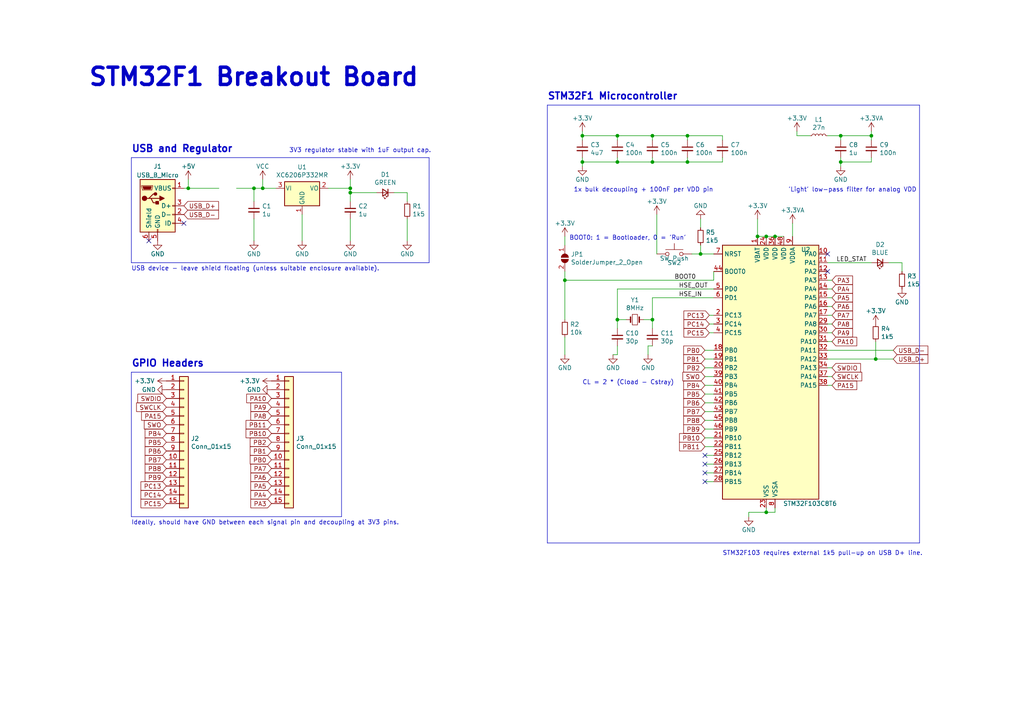
<source format=kicad_sch>
(kicad_sch (version 20230121) (generator eeschema)
  (paper "A4")
  (title_block (title "STM32F1 Breakout Board") (date "2020-11-21") (rev "V1.0") (company "Phil's Lab") (comment 1 "www.youtube.com/c/phils94"))
  (lib_symbols
    (symbol "Connector:USB_B_Micro" (pin_names (offset 1.016))
      (property "Reference" "J" (at -5.08 11.43 0))
      (property "Value" "USB_B_Micro" (at -5.08 8.89 0))
      (symbol "USB_B_Micro_0_1"
        (rectangle (start -5.08 -7.62) (end 5.08 7.62) (stroke (width 0.254)) (fill (type background)))
        (circle (center -3.81 2.159) (radius 0.635) (stroke (width 0.254)) (fill (type outline)))
        (circle (center -0.635 3.429) (radius 0.381) (stroke (width 0.254)) (fill (type outline)))
        (rectangle (start -0.127 -7.62) (end 0.127 -6.858))
        (polyline (pts (xy -1.905 2.159) (xy 0.635 2.159)) (stroke (width 0.254)))
        (polyline (pts (xy -3.175 2.159) (xy -2.54 2.159) (xy -1.27 3.429) (xy -0.635 3.429)) (stroke (width 0.254)))
        (polyline (pts (xy -2.54 2.159) (xy -1.905 2.159) (xy -1.27 0.889) (xy 0 0.889)) (stroke (width 0.254)))
        (polyline (pts (xy 0.635 2.794) (xy 0.635 1.524) (xy 1.905 2.159) (xy 0.635 2.794)) (stroke (width 0.254)) (fill (type outline)))
        (polyline (pts (xy -4.318 5.588) (xy -1.778 5.588) (xy -2.032 4.826) (xy -4.064 4.826) (xy -4.318 5.588)) (fill (type outline)))
        (polyline (pts (xy -4.699 5.842) (xy -4.699 5.588) (xy -4.445 4.826) (xy -4.445 4.572) (xy -1.651 4.572) (xy -1.651 4.826) (xy -1.397 5.588) (xy -1.397 5.842) (xy -4.699 5.842)))
        (rectangle (start 0.254 1.27) (end -0.508 0.508) (stroke (width 0.254)) (fill (type outline)))
        (rectangle (start 5.08 -5.207) (end 4.318 -4.953))
        (rectangle (start 5.08 -2.667) (end 4.318 -2.413))
        (rectangle (start 5.08 -0.127) (end 4.318 0.127))
        (rectangle (start 5.08 4.953) (end 4.318 5.207))
      )
      (symbol "USB_B_Micro_1_1"
        (pin power_out line (at 7.62 5.08 180) (length 2.54) (name "VBUS") (number "1"))
        (pin bidirectional line (at 7.62 -2.54 180) (length 2.54) (name "D-") (number "2"))
        (pin bidirectional line (at 7.62 0 180) (length 2.54) (name "D+") (number "3"))
        (pin passive line (at 7.62 -5.08 180) (length 2.54) (name "ID") (number "4"))
        (pin power_out line (at 0 -10.16 90) (length 2.54) (name "GND") (number "5"))
        (pin passive line (at -2.54 -10.16 90) (length 2.54) (name "Shield") (number "6"))
      )
    )
    (symbol "Connector_Generic:Conn_01x15" (pin_names (offset 1.016) hide)
      (property "Reference" "J" (at 0 20.32 0))
      (property "Value" "Conn_01x15" (at 0 -20.32 0))
      (symbol "Conn_01x15_1_1"
        (rectangle (start -1.27 -17.653) (end 0 -17.907) (stroke (width 0.1524)))
        (rectangle (start -1.27 -15.113) (end 0 -15.367) (stroke (width 0.1524)))
        (rectangle (start -1.27 -12.573) (end 0 -12.827) (stroke (width 0.1524)))
        (rectangle (start -1.27 -10.033) (end 0 -10.287) (stroke (width 0.1524)))
        (rectangle (start -1.27 -7.493) (end 0 -7.747) (stroke (width 0.1524)))
        (rectangle (start -1.27 -4.953) (end 0 -5.207) (stroke (width 0.1524)))
        (rectangle (start -1.27 -2.413) (end 0 -2.667) (stroke (width 0.1524)))
        (rectangle (start -1.27 0.127) (end 0 -0.127) (stroke (width 0.1524)))
        (rectangle (start -1.27 2.667) (end 0 2.413) (stroke (width 0.1524)))
        (rectangle (start -1.27 5.207) (end 0 4.953) (stroke (width 0.1524)))
        (rectangle (start -1.27 7.747) (end 0 7.493) (stroke (width 0.1524)))
        (rectangle (start -1.27 10.287) (end 0 10.033) (stroke (width 0.1524)))
        (rectangle (start -1.27 12.827) (end 0 12.573) (stroke (width 0.1524)))
        (rectangle (start -1.27 15.367) (end 0 15.113) (stroke (width 0.1524)))
        (rectangle (start -1.27 17.907) (end 0 17.653) (stroke (width 0.1524)))
        (rectangle (start -1.27 19.05) (end 1.27 -19.05) (stroke (width 0.254)) (fill (type background)))
        (pin passive line (at -5.08 17.78 0) (length 3.81) (name "Pin_1") (number "1"))
        (pin passive line (at -5.08 -5.08 0) (length 3.81) (name "Pin_10") (number "10"))
        (pin passive line (at -5.08 -7.62 0) (length 3.81) (name "Pin_11") (number "11"))
        (pin passive line (at -5.08 -10.16 0) (length 3.81) (name "Pin_12") (number "12"))
        (pin passive line (at -5.08 -12.7 0) (length 3.81) (name "Pin_13") (number "13"))
        (pin passive line (at -5.08 -15.24 0) (length 3.81) (name "Pin_14") (number "14"))
        (pin passive line (at -5.08 -17.78 0) (length 3.81) (name "Pin_15") (number "15"))
        (pin passive line (at -5.08 15.24 0) (length 3.81) (name "Pin_2") (number "2"))
        (pin passive line (at -5.08 12.7 0) (length 3.81) (name "Pin_3") (number "3"))
        (pin passive line (at -5.08 10.16 0) (length 3.81) (name "Pin_4") (number "4"))
        (pin passive line (at -5.08 7.62 0) (length 3.81) (name "Pin_5") (number "5"))
        (pin passive line (at -5.08 5.08 0) (length 3.81) (name "Pin_6") (number "6"))
        (pin passive line (at -5.08 2.54 0) (length 3.81) (name "Pin_7") (number "7"))
        (pin passive line (at -5.08 0 0) (length 3.81) (name "Pin_8") (number "8"))
        (pin passive line (at -5.08 -2.54 0) (length 3.81) (name "Pin_9") (number "9"))
      )
    )
    (symbol "Device:C_Small" (pin_numbers hide) (pin_names (offset 0.254) hide)
      (property "Reference" "C" (at 0.254 1.778 0))
      (property "Value" "C_Small" (at 0.254 -2.032 0))
      (symbol "C_Small_0_1"
        (polyline (pts (xy -1.524 -0.508) (xy 1.524 -0.508)) (stroke (width 0.3302)))
        (polyline (pts (xy -1.524 0.508) (xy 1.524 0.508)) (stroke (width 0.3048)))
      )
      (symbol "C_Small_1_1"
        (pin passive line (at 0 2.54 270) (length 2.032) (name "~") (number "1"))
        (pin passive line (at 0 -2.54 90) (length 2.032) (name "~") (number "2"))
      )
    )
    (symbol "Device:Crystal_Small" (pin_numbers hide) (pin_names (offset 1.016) hide)
      (property "Reference" "Y" (at 0 2.54 0))
      (property "Value" "Crystal_Small" (at 0 -2.54 0))
      (symbol "Crystal_Small_0_1"
        (rectangle (start -0.762 -1.524) (end 0.762 1.524))
        (polyline (pts (xy -1.27 -0.762) (xy -1.27 0.762)) (stroke (width 0.381)))
        (polyline (pts (xy 1.27 -0.762) (xy 1.27 0.762)) (stroke (width 0.381)))
      )
      (symbol "Crystal_Small_1_1"
        (pin passive line (at -2.54 0 0) (length 1.27) (name "1") (number "1"))
        (pin passive line (at 2.54 0 180) (length 1.27) (name "2") (number "2"))
      )
    )
    (symbol "Device:LED_Small" (pin_numbers hide) (pin_names (offset 0.254) hide)
      (property "Reference" "D" (at -1.27 3.175 0))
      (property "Value" "LED_Small" (at -4.445 -2.54 0))
      (symbol "LED_Small_0_1"
        (polyline (pts (xy -0.762 -1.016) (xy -0.762 1.016)) (stroke (width 0.254)))
        (polyline (pts (xy 1.016 0) (xy -0.762 0)))
        (polyline (pts (xy 0.762 -1.016) (xy -0.762 0) (xy 0.762 1.016) (xy 0.762 -1.016)) (stroke (width 0.254)))
        (polyline (pts (xy 0 0.762) (xy -0.508 1.27) (xy -0.254 1.27) (xy -0.508 1.27) (xy -0.508 1.016)))
        (polyline (pts (xy 0.508 1.27) (xy 0 1.778) (xy 0.254 1.778) (xy 0 1.778) (xy 0 1.524)))
      )
      (symbol "LED_Small_1_1"
        (pin passive line (at -2.54 0 0) (length 1.778) (name "K") (number "1"))
        (pin passive line (at 2.54 0 180) (length 1.778) (name "A") (number "2"))
      )
    )
    (symbol "Device:L_Small" (pin_numbers hide) (pin_names (offset 0.254) hide)
      (property "Reference" "L" (at 0.762 1.016 0))
      (property "Value" "L_Small" (at 0.762 -1.016 0))
      (symbol "L_Small_0_1"
        (arc (start 0 -2.032) (mid 0.5058 -1.524) (end 0 -1.016))
        (arc (start 0 -1.016) (mid 0.5058 -0.508) (end 0 0))
        (arc (start 0 0) (mid 0.5058 0.508) (end 0 1.016))
        (arc (start 0 1.016) (mid 0.5058 1.524) (end 0 2.032))
      )
      (symbol "L_Small_1_1"
        (pin passive line (at 0 2.54 270) (length 0.508) (name "~") (number "1"))
        (pin passive line (at 0 -2.54 90) (length 0.508) (name "~") (number "2"))
      )
    )
    (symbol "Device:R_Small" (pin_numbers hide) (pin_names (offset 0.254) hide)
      (property "Reference" "R" (at 0.762 0.508 0))
      (property "Value" "R_Small" (at 0.762 -1.016 0))
      (symbol "R_Small_0_1"
        (rectangle (start -0.762 1.778) (end 0.762 -1.778) (stroke (width 0.2032)))
      )
      (symbol "R_Small_1_1"
        (pin passive line (at 0 2.54 270) (length 0.762) (name "~") (number "1"))
        (pin passive line (at 0 -2.54 90) (length 0.762) (name "~") (number "2"))
      )
    )
    (symbol "Jumper:SolderJumper_2_Open" (pin_names (offset 0) hide)
      (property "Reference" "JP" (at 0 2.032 0))
      (property "Value" "SolderJumper_2_Open" (at 0 -2.54 0))
      (symbol "SolderJumper_2_Open_0_1"
        (arc (start -0.254 1.016) (mid -1.2656 0) (end -0.254 -1.016))
        (arc (start -0.254 1.016) (mid -1.2656 0) (end -0.254 -1.016) (fill (type outline)))
        (polyline (pts (xy -0.254 1.016) (xy -0.254 -1.016)))
        (polyline (pts (xy 0.254 1.016) (xy 0.254 -1.016)))
        (arc (start 0.254 -1.016) (mid 1.2656 0) (end 0.254 1.016))
        (arc (start 0.254 -1.016) (mid 1.2656 0) (end 0.254 1.016) (fill (type outline)))
      )
      (symbol "SolderJumper_2_Open_1_1"
        (pin passive line (at -3.81 0 0) (length 2.54) (name "A") (number "1"))
        (pin passive line (at 3.81 0 180) (length 2.54) (name "B") (number "2"))
      )
    )
    (symbol "MCU_ST_STM32F1:STM32F103C8Tx"
      (property "Reference" "U" (at -12.7 39.37 0))
      (property "Value" "STM32F103C8Tx" (at 10.16 39.37 0))
      (symbol "STM32F103C8Tx_0_1"
        (rectangle (start -12.7 -35.56) (end 15.24 38.1) (stroke (width 0.254)) (fill (type background)))
      )
      (symbol "STM32F103C8Tx_1_1"
        (pin power_in line (at -2.54 40.64 270) (length 2.54) (name "VBAT") (number "1"))
        (pin bidirectional line (at 17.78 35.56 180) (length 2.54) (name "PA0") (number "10"))
        (pin bidirectional line (at 17.78 33.02 180) (length 2.54) (name "PA1") (number "11"))
        (pin bidirectional line (at 17.78 30.48 180) (length 2.54) (name "PA2") (number "12"))
        (pin bidirectional line (at 17.78 27.94 180) (length 2.54) (name "PA3") (number "13"))
        (pin bidirectional line (at 17.78 25.4 180) (length 2.54) (name "PA4") (number "14"))
        (pin bidirectional line (at 17.78 22.86 180) (length 2.54) (name "PA5") (number "15"))
        (pin bidirectional line (at 17.78 20.32 180) (length 2.54) (name "PA6") (number "16"))
        (pin bidirectional line (at 17.78 17.78 180) (length 2.54) (name "PA7") (number "17"))
        (pin bidirectional line (at -15.24 7.62 0) (length 2.54) (name "PB0") (number "18"))
        (pin bidirectional line (at -15.24 5.08 0) (length 2.54) (name "PB1") (number "19"))
        (pin bidirectional line (at -15.24 17.78 0) (length 2.54) (name "PC13") (number "2"))
        (pin bidirectional line (at -15.24 2.54 0) (length 2.54) (name "PB2") (number "20"))
        (pin bidirectional line (at -15.24 -17.78 0) (length 2.54) (name "PB10") (number "21"))
        (pin bidirectional line (at -15.24 -20.32 0) (length 2.54) (name "PB11") (number "22"))
        (pin power_in line (at 0 -38.1 90) (length 2.54) (name "VSS") (number "23"))
        (pin power_in line (at 0 40.64 270) (length 2.54) (name "VDD") (number "24"))
        (pin bidirectional line (at -15.24 -22.86 0) (length 2.54) (name "PB12") (number "25"))
        (pin bidirectional line (at -15.24 -25.4 0) (length 2.54) (name "PB13") (number "26"))
        (pin bidirectional line (at -15.24 -27.94 0) (length 2.54) (name "PB14") (number "27"))
        (pin bidirectional line (at -15.24 -30.48 0) (length 2.54) (name "PB15") (number "28"))
        (pin bidirectional line (at 17.78 15.24 180) (length 2.54) (name "PA8") (number "29"))
        (pin bidirectional line (at -15.24 15.24 0) (length 2.54) (name "PC14") (number "3"))
        (pin bidirectional line (at 17.78 12.7 180) (length 2.54) (name "PA9") (number "30"))
        (pin bidirectional line (at 17.78 10.16 180) (length 2.54) (name "PA10") (number "31"))
        (pin bidirectional line (at 17.78 7.62 180) (length 2.54) (name "PA11") (number "32"))
        (pin bidirectional line (at 17.78 5.08 180) (length 2.54) (name "PA12") (number "33"))
        (pin bidirectional line (at 17.78 2.54 180) (length 2.54) (name "PA13") (number "34"))
        (pin passive line (at 0 -38.1 90) (length 2.54) hide (name "VSS") (number "35"))
        (pin power_in line (at 2.54 40.64 270) (length 2.54) (name "VDD") (number "36"))
        (pin bidirectional line (at 17.78 0 180) (length 2.54) (name "PA14") (number "37"))
        (pin bidirectional line (at 17.78 -2.54 180) (length 2.54) (name "PA15") (number "38"))
        (pin bidirectional line (at -15.24 0 0) (length 2.54) (name "PB3") (number "39"))
        (pin bidirectional line (at -15.24 12.7 0) (length 2.54) (name "PC15") (number "4"))
        (pin bidirectional line (at -15.24 -2.54 0) (length 2.54) (name "PB4") (number "40"))
        (pin bidirectional line (at -15.24 -5.08 0) (length 2.54) (name "PB5") (number "41"))
        (pin bidirectional line (at -15.24 -7.62 0) (length 2.54) (name "PB6") (number "42"))
        (pin bidirectional line (at -15.24 -10.16 0) (length 2.54) (name "PB7") (number "43"))
        (pin input line (at -15.24 30.48 0) (length 2.54) (name "BOOT0") (number "44"))
        (pin bidirectional line (at -15.24 -12.7 0) (length 2.54) (name "PB8") (number "45"))
        (pin bidirectional line (at -15.24 -15.24 0) (length 2.54) (name "PB9") (number "46"))
        (pin passive line (at 0 -38.1 90) (length 2.54) hide (name "VSS") (number "47"))
        (pin power_in line (at 5.08 40.64 270) (length 2.54) (name "VDD") (number "48"))
        (pin bidirectional line (at -15.24 25.4 0) (length 2.54) (name "PD0") (number "5"))
        (pin bidirectional line (at -15.24 22.86 0) (length 2.54) (name "PD1") (number "6"))
        (pin input line (at -15.24 35.56 0) (length 2.54) (name "NRST") (number "7"))
        (pin power_in line (at 2.54 -38.1 90) (length 2.54) (name "VSSA") (number "8"))
        (pin power_in line (at 7.62 40.64 270) (length 2.54) (name "VDDA") (number "9"))
      )
    )
    (symbol "Regulator_Linear:XC6206PxxxMR" (pin_names (offset 0.254))
      (property "Reference" "U" (at -3.81 3.175 0))
      (property "Value" "XC6206PxxxMR" (at 0 3.175 0))
      (symbol "XC6206PxxxMR_0_1"
        (rectangle (start -5.08 1.905) (end 5.08 -5.08) (stroke (width 0.254)) (fill (type background)))
      )
      (symbol "XC6206PxxxMR_1_1"
        (pin power_in line (at 0 -7.62 90) (length 2.54) (name "GND") (number "1"))
        (pin power_out line (at 7.62 0 180) (length 2.54) (name "VO") (number "2"))
        (pin power_in line (at -7.62 0 0) (length 2.54) (name "VI") (number "3"))
      )
    )
    (symbol "Switch:SW_Push" (pin_numbers hide) (pin_names (offset 1.016) hide)
      (property "Reference" "SW" (at 1.27 2.54 0))
      (property "Value" "SW_Push" (at 0 -1.524 0))
      (symbol "SW_Push_0_1"
        (circle (center -2.032 0) (radius 0.508))
        (polyline (pts (xy 0 1.27) (xy 0 3.048)))
        (polyline (pts (xy 2.54 1.27) (xy -2.54 1.27)))
        (circle (center 2.032 0) (radius 0.508))
        (pin passive line (at -5.08 0 0) (length 2.54) (name "1") (number "1"))
        (pin passive line (at 5.08 0 180) (length 2.54) (name "2") (number "2"))
      )
    )
    (symbol "power:+3.3V" (power) (pin_names (offset 0))
      (property "Value" "+3.3V" (at 0 3.556 0))
      (symbol "+3.3V_0_1"
        (polyline (pts (xy -0.762 1.27) (xy 0 2.54)))
        (polyline (pts (xy 0 0) (xy 0 2.54)))
        (polyline (pts (xy 0 2.54) (xy 0.762 1.27)))
      )
      (symbol "+3.3V_1_1"
        (pin power_in line (at 0 0 90) (length 0) hide (name "+3.3V") (number "1"))
      )
    )
    (symbol "power:+3.3VA" (power) (pin_names (offset 0))
      (property "Value" "+3.3VA" (at 0 3.556 0))
      (symbol "+3.3VA_0_1"
        (polyline (pts (xy -0.762 1.27) (xy 0 2.54)))
        (polyline (pts (xy 0 0) (xy 0 2.54)))
        (polyline (pts (xy 0 2.54) (xy 0.762 1.27)))
      )
      (symbol "+3.3VA_1_1"
        (pin power_in line (at 0 0 90) (length 0) hide (name "+3.3VA") (number "1"))
      )
    )
    (symbol "power:+5V" (power) (pin_names (offset 0))
      (property "Value" "+5V" (at 0 3.556 0))
      (symbol "+5V_0_1"
        (polyline (pts (xy -0.762 1.27) (xy 0 2.54)))
        (polyline (pts (xy 0 0) (xy 0 2.54)))
        (polyline (pts (xy 0 2.54) (xy 0.762 1.27)))
      )
      (symbol "+5V_1_1"
        (pin power_in line (at 0 0 90) (length 0) hide (name "+5V") (number "1"))
      )
    )
    (symbol "power:GND" (power) (pin_names (offset 0))
      (property "Value" "GND" (at 0 -3.81 0))
      (symbol "GND_0_1"
        (polyline (pts (xy 0 0) (xy 0 -1.27) (xy 1.27 -1.27) (xy 0 -2.54) (xy -1.27 -1.27) (xy 0 -1.27)))
      )
      (symbol "GND_1_1"
        (pin power_in line (at 0 0 270) (length 0) hide (name "GND") (number "1"))
      )
    )
    (symbol "power:VCC" (power) (pin_names (offset 0))
      (property "Value" "VCC" (at 0 3.81 0))
      (symbol "VCC_0_1"
        (polyline (pts (xy -0.762 1.27) (xy 0 2.54)))
        (polyline (pts (xy 0 0) (xy 0 2.54)))
        (polyline (pts (xy 0 2.54) (xy 0.762 1.27)))
      )
      (symbol "VCC_1_1"
        (pin power_in line (at 0 0 90) (length 0) hide (name "VCC") (number "1"))
      )
    )
  )
  (junction (at 76.2 54.61))
  (junction (at 101.6 54.61))
  (junction (at 101.6 55.88))
  (junction (at 179.07 92.71))
  (junction (at 179.07 39.37))
  (junction (at 163.83 81.28))
  (junction (at 54.61 54.61))
  (junction (at 189.23 92.71))
  (junction (at 203.2 73.66))
  (junction (at 199.39 46.99))
  (junction (at 168.91 39.37))
  (junction (at 222.25 148.59))
  (junction (at 243.84 39.37))
  (junction (at 189.23 46.99))
  (junction (at 254 104.14))
  (junction (at 179.07 46.99))
  (junction (at 189.23 39.37))
  (junction (at 199.39 39.37))
  (junction (at 219.71 68.58))
  (junction (at 252.73 39.37))
  (junction (at 243.84 46.99))
  (junction (at 73.66 54.61))
  (junction (at 222.25 68.58))
  (junction (at 168.91 46.99))
  (junction (at 224.79 68.58))
  (no_connect (at 43.18 69.85))
  (no_connect (at 53.34 64.77))
  (no_connect (at 240.03 78.74))
  (no_connect (at 204.47 132.08))
  (no_connect (at 204.47 137.16))
  (no_connect (at 240.03 73.66))
  (no_connect (at 204.47 139.7))
  (no_connect (at 204.47 134.62))
  (wire (pts (xy 118.11 58.42) (xy 118.11 55.88)))
  (wire (pts (xy 189.23 92.71) (xy 189.23 86.36)))
  (wire (pts (xy 87.63 69.85) (xy 87.63 62.23)))
  (wire (pts (xy 101.6 52.07) (xy 101.6 54.61)))
  (polyline (pts (xy 38.1 107.95) (xy 38.1 149.86)))
  (wire (pts (xy 240.03 76.2) (xy 252.73 76.2)))
  (wire (pts (xy 240.03 111.76) (xy 241.3 111.76)))
  (wire (pts (xy 243.84 48.26) (xy 243.84 46.99)))
  (wire (pts (xy 252.73 38.1) (xy 252.73 39.37)))
  (wire (pts (xy 224.79 148.59) (xy 224.79 147.32)))
  (wire (pts (xy 240.03 101.6) (xy 259.08 101.6)))
  (wire (pts (xy 163.83 81.28) (xy 207.01 81.28)))
  (wire (pts (xy 163.83 78.74) (xy 163.83 81.28)))
  (wire (pts (xy 231.14 38.1) (xy 231.14 39.37)))
  (wire (pts (xy 168.91 38.1) (xy 168.91 39.37)))
  (polyline (pts (xy 38.1 45.72) (xy 124.46 45.72)))
  (wire (pts (xy 240.03 83.82) (xy 241.3 83.82)))
  (wire (pts (xy 231.14 39.37) (xy 234.95 39.37)))
  (wire (pts (xy 204.47 119.38) (xy 207.01 119.38)))
  (wire (pts (xy 199.39 40.64) (xy 199.39 39.37)))
  (wire (pts (xy 168.91 39.37) (xy 168.91 40.64)))
  (wire (pts (xy 204.47 116.84) (xy 207.01 116.84)))
  (wire (pts (xy 261.62 76.2) (xy 257.81 76.2)))
  (wire (pts (xy 179.07 100.33) (xy 179.07 102.87)))
  (wire (pts (xy 187.96 100.33) (xy 187.96 102.87)))
  (polyline (pts (xy 38.1 149.86) (xy 99.06 149.86)))
  (wire (pts (xy 240.03 86.36) (xy 241.3 86.36)))
  (wire (pts (xy 207.01 81.28) (xy 207.01 78.74)))
  (wire (pts (xy 163.83 102.87) (xy 163.83 97.79)))
  (wire (pts (xy 190.5 62.23) (xy 190.5 73.66)))
  (wire (pts (xy 252.73 39.37) (xy 243.84 39.37)))
  (wire (pts (xy 168.91 45.72) (xy 168.91 46.99)))
  (wire (pts (xy 189.23 86.36) (xy 207.01 86.36)))
  (polyline (pts (xy 158.75 157.48) (xy 266.7 157.48)))
  (wire (pts (xy 179.07 83.82) (xy 179.07 92.71)))
  (wire (pts (xy 205.74 96.52) (xy 207.01 96.52)))
  (wire (pts (xy 204.47 114.3) (xy 207.01 114.3)))
  (wire (pts (xy 118.11 55.88) (xy 114.3 55.88)))
  (wire (pts (xy 222.25 147.32) (xy 222.25 148.59)))
  (wire (pts (xy 259.08 104.14) (xy 254 104.14)))
  (wire (pts (xy 179.07 95.25) (xy 179.07 92.71)))
  (wire (pts (xy 179.07 92.71) (xy 181.61 92.71)))
  (wire (pts (xy 199.39 45.72) (xy 199.39 46.99)))
  (wire (pts (xy 240.03 106.68) (xy 241.3 106.68)))
  (wire (pts (xy 204.47 111.76) (xy 207.01 111.76)))
  (wire (pts (xy 179.07 83.82) (xy 207.01 83.82)))
  (wire (pts (xy 205.74 93.98) (xy 207.01 93.98)))
  (polyline (pts (xy 124.46 76.2) (xy 124.46 45.72)))
  (polyline (pts (xy 38.1 76.2) (xy 124.46 76.2)))
  (wire (pts (xy 118.11 69.85) (xy 118.11 63.5)))
  (wire (pts (xy 80.01 54.61) (xy 76.2 54.61)))
  (wire (pts (xy 240.03 91.44) (xy 241.3 91.44)))
  (wire (pts (xy 204.47 124.46) (xy 207.01 124.46)))
  (wire (pts (xy 240.03 39.37) (xy 243.84 39.37)))
  (wire (pts (xy 209.55 45.72) (xy 209.55 46.99)))
  (wire (pts (xy 203.2 71.12) (xy 203.2 73.66)))
  (wire (pts (xy 240.03 96.52) (xy 241.3 96.52)))
  (polyline (pts (xy 266.7 157.48) (xy 266.7 30.48)))
  (wire (pts (xy 179.07 39.37) (xy 179.07 40.64)))
  (wire (pts (xy 189.23 40.64) (xy 189.23 39.37)))
  (wire (pts (xy 240.03 104.14) (xy 254 104.14)))
  (wire (pts (xy 199.39 39.37) (xy 189.23 39.37)))
  (wire (pts (xy 68.58 54.61) (xy 73.66 54.61)))
  (wire (pts (xy 219.71 63.5) (xy 219.71 68.58)))
  (wire (pts (xy 189.23 45.72) (xy 189.23 46.99)))
  (wire (pts (xy 204.47 139.7) (xy 207.01 139.7)))
  (wire (pts (xy 219.71 68.58) (xy 222.25 68.58)))
  (wire (pts (xy 240.03 99.06) (xy 241.3 99.06)))
  (wire (pts (xy 261.62 78.74) (xy 261.62 76.2)))
  (polyline (pts (xy 38.1 45.72) (xy 38.1 76.2)))
  (wire (pts (xy 209.55 39.37) (xy 199.39 39.37)))
  (wire (pts (xy 73.66 54.61) (xy 73.66 58.42)))
  (wire (pts (xy 204.47 132.08) (xy 207.01 132.08)))
  (wire (pts (xy 243.84 46.99) (xy 252.73 46.99)))
  (wire (pts (xy 204.47 104.14) (xy 207.01 104.14)))
  (wire (pts (xy 204.47 106.68) (xy 207.01 106.68)))
  (wire (pts (xy 189.23 46.99) (xy 199.39 46.99)))
  (wire (pts (xy 254 99.06) (xy 254 104.14)))
  (wire (pts (xy 54.61 54.61) (xy 53.34 54.61)))
  (wire (pts (xy 163.83 81.28) (xy 163.83 92.71)))
  (wire (pts (xy 209.55 40.64) (xy 209.55 39.37)))
  (wire (pts (xy 76.2 54.61) (xy 73.66 54.61)))
  (wire (pts (xy 240.03 93.98) (xy 241.3 93.98)))
  (wire (pts (xy 95.25 54.61) (xy 101.6 54.61)))
  (wire (pts (xy 76.2 52.07) (xy 76.2 54.61)))
  (wire (pts (xy 204.47 101.6) (xy 207.01 101.6)))
  (wire (pts (xy 203.2 73.66) (xy 207.01 73.66)))
  (wire (pts (xy 200.66 73.66) (xy 203.2 73.66)))
  (wire (pts (xy 229.87 64.77) (xy 229.87 68.58)))
  (wire (pts (xy 252.73 46.99) (xy 252.73 45.72)))
  (wire (pts (xy 217.17 148.59) (xy 222.25 148.59)))
  (wire (pts (xy 168.91 46.99) (xy 168.91 48.26)))
  (wire (pts (xy 240.03 109.22) (xy 241.3 109.22)))
  (wire (pts (xy 179.07 46.99) (xy 179.07 45.72)))
  (wire (pts (xy 224.79 68.58) (xy 227.33 68.58)))
  (wire (pts (xy 222.25 148.59) (xy 224.79 148.59)))
  (wire (pts (xy 179.07 46.99) (xy 189.23 46.99)))
  (polyline (pts (xy 38.1 107.95) (xy 99.06 107.95)))
  (wire (pts (xy 243.84 40.64) (xy 243.84 39.37)))
  (wire (pts (xy 163.83 68.58) (xy 163.83 71.12)))
  (wire (pts (xy 199.39 46.99) (xy 209.55 46.99)))
  (wire (pts (xy 243.84 45.72) (xy 243.84 46.99)))
  (wire (pts (xy 54.61 52.07) (xy 54.61 54.61)))
  (wire (pts (xy 101.6 54.61) (xy 101.6 55.88)))
  (wire (pts (xy 222.25 68.58) (xy 224.79 68.58)))
  (wire (pts (xy 240.03 88.9) (xy 241.3 88.9)))
  (wire (pts (xy 217.17 149.86) (xy 217.17 148.59)))
  (wire (pts (xy 204.47 134.62) (xy 207.01 134.62)))
  (wire (pts (xy 63.5 54.61) (xy 54.61 54.61)))
  (wire (pts (xy 179.07 102.87) (xy 177.8 102.87)))
  (wire (pts (xy 101.6 55.88) (xy 101.6 58.42)))
  (wire (pts (xy 204.47 121.92) (xy 207.01 121.92)))
  (wire (pts (xy 189.23 39.37) (xy 179.07 39.37)))
  (wire (pts (xy 109.22 55.88) (xy 101.6 55.88)))
  (wire (pts (xy 101.6 69.85) (xy 101.6 63.5)))
  (wire (pts (xy 168.91 46.99) (xy 179.07 46.99)))
  (wire (pts (xy 204.47 137.16) (xy 207.01 137.16)))
  (polyline (pts (xy 99.06 149.86) (xy 99.06 107.95)))
  (wire (pts (xy 204.47 109.22) (xy 207.01 109.22)))
  (wire (pts (xy 73.66 69.85) (xy 73.66 63.5)))
  (wire (pts (xy 204.47 129.54) (xy 207.01 129.54)))
  (wire (pts (xy 204.47 127) (xy 207.01 127)))
  (wire (pts (xy 240.03 81.28) (xy 241.3 81.28)))
  (wire (pts (xy 187.96 100.33) (xy 189.23 100.33)))
  (polyline (pts (xy 158.75 30.48) (xy 158.75 157.48)))
  (polyline (pts (xy 266.7 30.48) (xy 158.75 30.48)))
  (wire (pts (xy 179.07 39.37) (xy 168.91 39.37)))
  (wire (pts (xy 252.73 40.64) (xy 252.73 39.37)))
  (wire (pts (xy 186.69 92.71) (xy 189.23 92.71)))
  (wire (pts (xy 205.74 91.44) (xy 207.01 91.44)))
  (wire (pts (xy 189.23 95.25) (xy 189.23 92.71)))
  (wire (pts (xy 203.2 63.5) (xy 203.2 66.04)))
  (text "STM32F103 requires external 1k5 pull-up on USB D+ line." (at 209.55 161.29 0) (effects (font (size 1.27 1.27)) (justify left bottom)))
  (text "1x bulk decoupling + 100nF per VDD pin" (at 166.37 55.88 0) (effects (font (size 1.27 1.27)) (justify left bottom)))
  (text "3V3 regulator stable with 1uF output cap." (at 83.82 44.45 0) (effects (font (size 1.27 1.27)) (justify left bottom)))
  (text "Ideally, should have GND between each signal pin and decoupling at 3V3 pins." (at 38.1 152.4 0) (effects (font (size 1.27 1.27)) (justify left bottom)))
  (text "USB and Regulator" (at 38.1 44.45 0) (effects (font (size 2.0066 2.0066) (thickness 0.4013) bold) (justify left bottom)))
  (text "BOOT0: 1 = Bootloader, 0 = 'Run'" (at 165.1 69.85 0) (effects (font (size 1.27 1.27)) (justify left bottom)))
  (text "'Light' low-pass filter for analog VDD" (at 228.6 55.88 0) (effects (font (size 1.27 1.27)) (justify left bottom)))
  (text "GPIO Headers" (at 38.1 106.68 0) (effects (font (size 2.0066 2.0066) (thickness 0.4013) bold) (justify left bottom)))
  (text "STM32F1 Breakout Board" (at 25.4 25.4 0) (effects (font (size 5.0038 5.0038) (thickness 1.0008) bold) (justify left bottom)))
  (text "USB device - leave shield floating (unless suitable enclosure available)." (at 38.1 78.74 0) (effects (font (size 1.27 1.27)) (justify left bottom)))
  (text "CL = 2 * (Cload - Cstray)" (at 168.91 111.76 0) (effects (font (size 1.27 1.27)) (justify left bottom)))
  (text "STM32F1 Microcontroller" (at 158.75 29.21 0) (effects (font (size 2.0066 2.0066) (thickness 0.4013) bold) (justify left bottom)))
  (label "LED_STAT" (at 242.57 76.2 0))
  (label "BOOT0" (at 195.58 81.28 0))
  (label "HSE_IN" (at 196.85 86.36 0))
  (label "HSE_OUT" (at 196.85 83.82 0))
  (global_label "PC14" (shape input) (at 205.74 93.98 180) (property "Intersheetrefs" "${INTERSHEET_REFS}" (effects hide)))
  (global_label "PA3" (shape input) (at 78.74 146.05 180) (property "Intersheetrefs" "${INTERSHEET_REFS}" (effects hide)))
  (global_label "SWDIO" (shape input) (at 241.3 106.68 0) (property "Intersheetrefs" "${INTERSHEET_REFS}" (effects hide)))
  (global_label "PA3" (shape input) (at 241.3 81.28 0) (property "Intersheetrefs" "${INTERSHEET_REFS}" (effects hide)))
  (global_label "PB10" (shape input) (at 204.47 127 180) (property "Intersheetrefs" "${INTERSHEET_REFS}" (effects hide)))
  (global_label "PA8" (shape input) (at 78.74 120.65 180) (property "Intersheetrefs" "${INTERSHEET_REFS}" (effects hide)))
  (global_label "USB_D-" (shape input) (at 259.08 101.6 0) (property "Intersheetrefs" "${INTERSHEET_REFS}" (effects hide)))
  (global_label "PC14" (shape input) (at 48.26 143.51 180) (property "Intersheetrefs" "${INTERSHEET_REFS}" (effects hide)))
  (global_label "PC15" (shape input) (at 205.74 96.52 180) (property "Intersheetrefs" "${INTERSHEET_REFS}" (effects hide)))
  (global_label "PB7" (shape input) (at 48.26 133.35 180) (property "Intersheetrefs" "${INTERSHEET_REFS}" (effects hide)))
  (global_label "PB6" (shape input) (at 48.26 130.81 180) (property "Intersheetrefs" "${INTERSHEET_REFS}" (effects hide)))
  (global_label "PA5" (shape input) (at 78.74 140.97 180) (property "Intersheetrefs" "${INTERSHEET_REFS}" (effects hide)))
  (global_label "PA9" (shape input) (at 78.74 118.11 180) (property "Intersheetrefs" "${INTERSHEET_REFS}" (effects hide)))
  (global_label "PA15" (shape input) (at 48.26 120.65 180) (property "Intersheetrefs" "${INTERSHEET_REFS}" (effects hide)))
  (global_label "PB8" (shape input) (at 204.47 121.92 180) (property "Intersheetrefs" "${INTERSHEET_REFS}" (effects hide)))
  (global_label "PB8" (shape input) (at 48.26 135.89 180) (property "Intersheetrefs" "${INTERSHEET_REFS}" (effects hide)))
  (global_label "PA8" (shape input) (at 241.3 93.98 0) (property "Intersheetrefs" "${INTERSHEET_REFS}" (effects hide)))
  (global_label "PA9" (shape input) (at 241.3 96.52 0) (property "Intersheetrefs" "${INTERSHEET_REFS}" (effects hide)))
  (global_label "PB5" (shape input) (at 204.47 114.3 180) (property "Intersheetrefs" "${INTERSHEET_REFS}" (effects hide)))
  (global_label "PB11" (shape input) (at 78.74 123.19 180) (property "Intersheetrefs" "${INTERSHEET_REFS}" (effects hide)))
  (global_label "PA6" (shape input) (at 78.74 138.43 180) (property "Intersheetrefs" "${INTERSHEET_REFS}" (effects hide)))
  (global_label "PB2" (shape input) (at 204.47 106.68 180) (property "Intersheetrefs" "${INTERSHEET_REFS}" (effects hide)))
  (global_label "PB5" (shape input) (at 48.26 128.27 180) (property "Intersheetrefs" "${INTERSHEET_REFS}" (effects hide)))
  (global_label "PB4" (shape input) (at 204.47 111.76 180) (property "Intersheetrefs" "${INTERSHEET_REFS}" (effects hide)))
  (global_label "SWO" (shape input) (at 48.26 123.19 180) (property "Intersheetrefs" "${INTERSHEET_REFS}" (effects hide)))
  (global_label "SWDIO" (shape input) (at 48.26 115.57 180) (property "Intersheetrefs" "${INTERSHEET_REFS}" (effects hide)))
  (global_label "PB0" (shape input) (at 204.47 101.6 180) (property "Intersheetrefs" "${INTERSHEET_REFS}" (effects hide)))
  (global_label "PB9" (shape input) (at 204.47 124.46 180) (property "Intersheetrefs" "${INTERSHEET_REFS}" (effects hide)))
  (global_label "USB_D+" (shape input) (at 53.34 59.69 0) (property "Intersheetrefs" "${INTERSHEET_REFS}" (effects hide)))
  (global_label "PA15" (shape input) (at 241.3 111.76 0) (property "Intersheetrefs" "${INTERSHEET_REFS}" (effects hide)))
  (global_label "PB4" (shape input) (at 48.26 125.73 180) (property "Intersheetrefs" "${INTERSHEET_REFS}" (effects hide)))
  (global_label "PA7" (shape input) (at 241.3 91.44 0) (property "Intersheetrefs" "${INTERSHEET_REFS}" (effects hide)))
  (global_label "SWCLK" (shape input) (at 48.26 118.11 180) (property "Intersheetrefs" "${INTERSHEET_REFS}" (effects hide)))
  (global_label "PA10" (shape input) (at 78.74 115.57 180) (property "Intersheetrefs" "${INTERSHEET_REFS}" (effects hide)))
  (global_label "PA4" (shape input) (at 78.74 143.51 180) (property "Intersheetrefs" "${INTERSHEET_REFS}" (effects hide)))
  (global_label "PB1" (shape input) (at 204.47 104.14 180) (property "Intersheetrefs" "${INTERSHEET_REFS}" (effects hide)))
  (global_label "USB_D+" (shape input) (at 259.08 104.14 0) (property "Intersheetrefs" "${INTERSHEET_REFS}" (effects hide)))
  (global_label "PB9" (shape input) (at 48.26 138.43 180) (property "Intersheetrefs" "${INTERSHEET_REFS}" (effects hide)))
  (global_label "PC13" (shape input) (at 48.26 140.97 180) (property "Intersheetrefs" "${INTERSHEET_REFS}" (effects hide)))
  (global_label "PB6" (shape input) (at 204.47 116.84 180) (property "Intersheetrefs" "${INTERSHEET_REFS}" (effects hide)))
  (global_label "PA6" (shape input) (at 241.3 88.9 0) (property "Intersheetrefs" "${INTERSHEET_REFS}" (effects hide)))
  (global_label "PA4" (shape input) (at 241.3 83.82 0) (property "Intersheetrefs" "${INTERSHEET_REFS}" (effects hide)))
  (global_label "PB7" (shape input) (at 204.47 119.38 180) (property "Intersheetrefs" "${INTERSHEET_REFS}" (effects hide)))
  (global_label "PB10" (shape input) (at 78.74 125.73 180) (property "Intersheetrefs" "${INTERSHEET_REFS}" (effects hide)))
  (global_label "PC15" (shape input) (at 48.26 146.05 180) (property "Intersheetrefs" "${INTERSHEET_REFS}" (effects hide)))
  (global_label "PC13" (shape input) (at 205.74 91.44 180) (property "Intersheetrefs" "${INTERSHEET_REFS}" (effects hide)))
  (global_label "SWCLK" (shape input) (at 241.3 109.22 0) (property "Intersheetrefs" "${INTERSHEET_REFS}" (effects hide)))
  (global_label "PB2" (shape input) (at 78.74 128.27 180) (property "Intersheetrefs" "${INTERSHEET_REFS}" (effects hide)))
  (global_label "PB1" (shape input) (at 78.74 130.81 180) (property "Intersheetrefs" "${INTERSHEET_REFS}" (effects hide)))
  (global_label "PA7" (shape input) (at 78.74 135.89 180) (property "Intersheetrefs" "${INTERSHEET_REFS}" (effects hide)))
  (global_label "PB0" (shape input) (at 78.74 133.35 180) (property "Intersheetrefs" "${INTERSHEET_REFS}" (effects hide)))
  (global_label "USB_D-" (shape input) (at 53.34 62.23 0) (property "Intersheetrefs" "${INTERSHEET_REFS}" (effects hide)))
  (global_label "SWO" (shape input) (at 204.47 109.22 180) (property "Intersheetrefs" "${INTERSHEET_REFS}" (effects hide)))
  (global_label "PA10" (shape input) (at 241.3 99.06 0) (property "Intersheetrefs" "${INTERSHEET_REFS}" (effects hide)))
  (global_label "PB11" (shape input) (at 204.47 129.54 180) (property "Intersheetrefs" "${INTERSHEET_REFS}" (effects hide)))
  (global_label "PA5" (shape input) (at 241.3 86.36 0) (property "Intersheetrefs" "${INTERSHEET_REFS}" (effects hide)))
  (symbol (lib_id "MCU_ST_STM32F1:STM32F103C8Tx") (at 222.25 109.22 0) (unit 1)
    (property "Reference" "U2" (at 233.68 72.39 0))
    (property "Value" "STM32F103C8T6" (at 234.95 146.05 0))
    (property "Footprint" "Package_QFP:LQFP-48_7x7mm_P0.5mm" (effects hide))
    (property "Datasheet" "http://www.st.com/st-web-ui/static/active/en/resource/technical/document/datasheet/CD00161566.pdf" (effects hide))
    (property "LCSC Part #" "C8734" (effects hide))
  )
  (symbol (lib_id "power:+3.3V") (at 219.71 63.5 0) (unit 1)
    (property "Reference" "#PWR012" (effects hide))
    (property "Value" "+3.3V" (at 219.71 59.69 0))
  )
  (symbol (lib_id "power:+3.3VA") (at 229.87 64.77 0) (unit 1)
    (property "Reference" "#PWR014" (effects hide))
    (property "Value" "+3.3VA" (at 229.87 60.96 0))
  )
  (symbol (lib_id "power:GND") (at 217.17 149.86 0) (unit 1)
    (property "Reference" "#PWR013" (effects hide))
    (property "Value" "GND" (at 217.17 153.67 0))
  )
  (symbol (lib_id "Connector:USB_B_Micro") (at 45.72 59.69 0) (unit 1)
    (property "Reference" "J1" (at 45.72 48.26 0))
    (property "Value" "USB_B_Micro" (at 45.72 50.8 0))
    (property "Footprint" "Connector_USB:USB_Micro-B_Wuerth_629105150521" (effects hide))
  )
  (symbol (lib_id "power:GND") (at 45.72 69.85 0) (mirror y) (unit 1)
    (property "Reference" "#PWR01" (effects hide))
    (property "Value" "GND" (at 45.72 73.66 0))
  )
  (symbol (lib_id "power:VCC") (at 76.2 52.07 0) (mirror y) (unit 1)
    (property "Reference" "#PWR08" (effects hide))
    (property "Value" "VCC" (at 76.2 48.26 0))
  )
  (symbol (lib_id "Device:C_Small") (at 189.23 97.79 0) (unit 1)
    (property "Reference" "C11" (at 191.5668 96.6216 0) (effects (justify left)))
    (property "Value" "30p" (at 191.5668 98.933 0) (effects (justify left)))
    (property "Footprint" "Capacitor_SMD:C_0402_1005Metric" (effects hide))
    (property "LCSC Part #" "C1570" (effects hide))
  )
  (symbol (lib_id "Device:C_Small") (at 179.07 97.79 0) (unit 1)
    (property "Reference" "C10" (at 181.4068 96.6216 0) (effects (justify left)))
    (property "Value" "30p" (at 181.4068 98.933 0) (effects (justify left)))
    (property "Footprint" "Capacitor_SMD:C_0402_1005Metric" (effects hide))
    (property "LCSC Part #" "C1570" (effects hide))
  )
  (symbol (lib_id "Device:Crystal_Small") (at 184.15 92.71 0) (unit 1)
    (property "Reference" "Y1" (at 184.15 86.995 0))
    (property "Value" "8MHz" (at 184.15 89.3064 0))
    (property "Footprint" "Crystal:Crystal_SMD_5032-2Pin_5.0x3.2mm" (effects hide))
    (property "LCSC Part #" "C115962" (effects hide))
  )
  (symbol (lib_id "power:GND") (at 177.8 102.87 0) (unit 1)
    (property "Reference" "#PWR05" (effects hide))
    (property "Value" "GND" (at 177.8 106.68 0))
  )
  (symbol (lib_id "power:GND") (at 187.96 102.87 0) (unit 1)
    (property "Reference" "#PWR07" (effects hide))
    (property "Value" "GND" (at 187.96 106.68 0))
  )
  (symbol (lib_id "Jumper:SolderJumper_2_Open") (at 163.83 74.93 270) (unit 1)
    (property "Reference" "JP1" (at 165.5572 73.7616 90) (effects (justify left)))
    (property "Value" "SolderJumper_2_Open" (at 165.5572 76.073 90) (effects (justify left)))
    (property "Footprint" "Jumper:SolderJumper-2_P1.3mm_Open_Pad1.0x1.5mm" (effects hide))
  )
  (symbol (lib_id "Device:R_Small") (at 163.83 95.25 0) (unit 1)
    (property "Reference" "R2" (at 165.3286 94.0816 0) (effects (justify left)))
    (property "Value" "10k" (at 165.3286 96.393 0) (effects (justify left)))
    (property "Footprint" "Resistor_SMD:R_0402_1005Metric" (effects hide))
    (property "LCSC Part #" "C25744" (effects hide))
  )
  (symbol (lib_id "power:GND") (at 163.83 102.87 0) (unit 1)
    (property "Reference" "#PWR03" (effects hide))
    (property "Value" "GND" (at 163.83 106.68 0))
  )
  (symbol (lib_id "power:+3.3V") (at 163.83 68.58 0) (unit 1)
    (property "Reference" "#PWR02" (effects hide))
    (property "Value" "+3.3V" (at 163.83 64.77 0))
  )
  (symbol (lib_id "Device:LED_Small") (at 255.27 76.2 180) (unit 1)
    (property "Reference" "D2" (at 255.27 70.9422 0))
    (property "Value" "BLUE" (at 255.27 73.2536 0))
    (property "Footprint" "LED_SMD:LED_0603_1608Metric" (effects hide))
    (property "LCSC Part #" "C72041" (effects hide))
  )
  (symbol (lib_id "Device:R_Small") (at 261.62 81.28 0) (unit 1)
    (property "Reference" "R3" (at 263.1186 80.1116 0) (effects (justify left)))
    (property "Value" "1k5" (at 263.1186 82.423 0) (effects (justify left)))
    (property "Footprint" "Resistor_SMD:R_0603_1608Metric" (effects hide))
    (property "LCSC Part #" "C22843" (effects hide))
  )
  (symbol (lib_id "power:GND") (at 261.62 83.82 0) (unit 1)
    (property "Reference" "#PWR017" (effects hide))
    (property "Value" "GND" (at 261.62 87.63 0))
  )
  (symbol (lib_id "Device:C_Small") (at 179.07 43.18 0) (unit 1)
    (property "Reference" "C4" (at 181.4068 42.0116 0) (effects (justify left)))
    (property "Value" "100n" (at 181.4068 44.323 0) (effects (justify left)))
    (property "Footprint" "Capacitor_SMD:C_0402_1005Metric" (effects hide))
    (property "LCSC Part #" "C1525" (effects hide))
  )
  (symbol (lib_id "Device:C_Small") (at 189.23 43.18 0) (unit 1)
    (property "Reference" "C5" (at 191.5668 42.0116 0) (effects (justify left)))
    (property "Value" "100n" (at 191.5668 44.323 0) (effects (justify left)))
    (property "Footprint" "Capacitor_SMD:C_0402_1005Metric" (effects hide))
    (property "LCSC Part #" "C1525" (effects hide))
  )
  (symbol (lib_id "Device:C_Small") (at 199.39 43.18 0) (unit 1)
    (property "Reference" "C6" (at 201.7268 42.0116 0) (effects (justify left)))
    (property "Value" "100n" (at 201.7268 44.323 0) (effects (justify left)))
    (property "Footprint" "Capacitor_SMD:C_0402_1005Metric" (effects hide))
    (property "LCSC Part #" "C1525" (effects hide))
  )
  (symbol (lib_id "Device:C_Small") (at 209.55 43.18 0) (unit 1)
    (property "Reference" "C7" (at 211.8868 42.0116 0) (effects (justify left)))
    (property "Value" "100n" (at 211.8868 44.323 0) (effects (justify left)))
    (property "Footprint" "Capacitor_SMD:C_0402_1005Metric" (effects hide))
    (property "LCSC Part #" "C1525" (effects hide))
  )
  (symbol (lib_id "Device:L_Small") (at 237.49 39.37 90) (unit 1)
    (property "Reference" "L1" (at 237.49 34.671 90))
    (property "Value" "27n" (at 237.49 36.9824 90))
    (property "Footprint" "Inductor_SMD:L_0402_1005Metric" (effects hide))
    (property "LCSC Part #" "C18830" (effects hide))
  )
  (symbol (lib_id "Device:C_Small") (at 243.84 43.18 0) (unit 1)
    (property "Reference" "C8" (at 246.1768 42.0116 0) (effects (justify left)))
    (property "Value" "1u" (at 246.1768 44.323 0) (effects (justify left)))
    (property "Footprint" "Capacitor_SMD:C_0402_1005Metric" (effects hide))
    (property "LCSC Part #" "C52923" (effects hide))
  )
  (symbol (lib_id "Device:C_Small") (at 252.73 43.18 0) (unit 1)
    (property "Reference" "C9" (at 255.0668 42.0116 0) (effects (justify left)))
    (property "Value" "100n" (at 255.0668 44.323 0) (effects (justify left)))
    (property "Footprint" "Capacitor_SMD:C_0402_1005Metric" (effects hide))
    (property "LCSC Part #" "C1525" (effects hide))
  )
  (symbol (lib_id "power:GND") (at 168.91 48.26 0) (unit 1)
    (property "Reference" "#PWR019" (effects hide))
    (property "Value" "GND" (at 168.91 52.07 0))
  )
  (symbol (lib_id "Device:C_Small") (at 168.91 43.18 0) (unit 1)
    (property "Reference" "C3" (at 171.2468 42.0116 0) (effects (justify left)))
    (property "Value" "4u7" (at 171.2468 44.323 0) (effects (justify left)))
    (property "Footprint" "Capacitor_SMD:C_0603_1608Metric" (effects hide))
    (property "LCSC Part #" "C19666" (effects hide))
  )
  (symbol (lib_id "power:+3.3VA") (at 252.73 38.1 0) (unit 1)
    (property "Reference" "#PWR024" (effects hide))
    (property "Value" "+3.3VA" (at 252.73 34.29 0))
  )
  (symbol (lib_id "power:+3.3V") (at 168.91 38.1 0) (unit 1)
    (property "Reference" "#PWR018" (effects hide))
    (property "Value" "+3.3V" (at 168.91 34.29 0))
  )
  (symbol (lib_id "power:+3.3V") (at 231.14 38.1 0) (unit 1)
    (property "Reference" "#PWR020" (effects hide))
    (property "Value" "+3.3V" (at 231.14 34.29 0))
  )
  (symbol (lib_id "power:GND") (at 243.84 48.26 0) (unit 1)
    (property "Reference" "#PWR023" (effects hide))
    (property "Value" "GND" (at 243.84 52.07 0))
  )
  (symbol (lib_id "Regulator_Linear:XC6206PxxxMR") (at 87.63 54.61 0) (unit 1)
    (property "Reference" "U1" (at 87.63 48.4632 0))
    (property "Value" "XC6206P332MR" (at 87.63 50.7746 0))
    (property "Footprint" "Package_TO_SOT_SMD:SOT-23" (effects hide))
    (property "Datasheet" "https://www.torexsemi.com/file/xc6206/XC6206.pdf" (effects hide))
    (property "LCSC Part #" "C5446" (effects hide))
  )
  (symbol (lib_id "Device:C_Small") (at 73.66 60.96 0) (unit 1)
    (property "Reference" "C1" (at 75.9968 59.7916 0) (effects (justify left)))
    (property "Value" "1u" (at 75.9968 62.103 0) (effects (justify left)))
    (property "Footprint" "Capacitor_SMD:C_0603_1608Metric" (effects hide))
    (property "LCSC Part #" "C15849" (effects hide))
  )
  (symbol (lib_id "power:GND") (at 73.66 69.85 0) (mirror y) (unit 1)
    (property "Reference" "#PWR06" (effects hide))
    (property "Value" "GND" (at 73.66 73.66 0))
  )
  (symbol (lib_id "power:GND") (at 87.63 69.85 0) (mirror y) (unit 1)
    (property "Reference" "#PWR09" (effects hide))
    (property "Value" "GND" (at 87.63 73.66 0))
  )
  (symbol (lib_id "Device:C_Small") (at 101.6 60.96 0) (unit 1)
    (property "Reference" "C2" (at 103.9368 59.7916 0) (effects (justify left)))
    (property "Value" "1u" (at 103.9368 62.103 0) (effects (justify left)))
    (property "Footprint" "Capacitor_SMD:C_0603_1608Metric" (effects hide))
    (property "LCSC Part #" "C15849" (effects hide))
  )
  (symbol (lib_id "power:GND") (at 101.6 69.85 0) (mirror y) (unit 1)
    (property "Reference" "#PWR011" (effects hide))
    (property "Value" "GND" (at 101.6 73.66 0))
  )
  (symbol (lib_id "Device:Ferrite_Bead_Small") (at 66.04 54.61 270) (unit 1)
    (property "Reference" "FB1" (at 66.04 48.5902 90))
    (property "Value" "100R" (at 66.04 50.9016 90))
    (property "Footprint" "Inductor_SMD:L_0805_2012Metric" (effects hide))
    (property "LCSC Part #" "C1015" (effects hide))
  )
  (symbol (lib_id "power:+5V") (at 54.61 52.07 0) (unit 1)
    (property "Reference" "#PWR04" (effects hide))
    (property "Value" "+5V" (at 54.61 48.26 0))
  )
  (symbol (lib_id "power:+3.3V") (at 101.6 52.07 0) (unit 1)
    (property "Reference" "#PWR010" (effects hide))
    (property "Value" "+3.3V" (at 101.6 48.26 0))
  )
  (symbol (lib_id "power:+3.3V") (at 48.26 110.49 90) (unit 1)
    (property "Reference" "#PWR021" (effects hide))
    (property "Value" "+3.3V" (at 41.91 110.49 90))
  )
  (symbol (lib_id "power:GND") (at 48.26 113.03 270) (unit 1)
    (property "Reference" "#PWR022" (effects hide))
    (property "Value" "GND" (at 43.18 113.03 90))
  )
  (symbol (lib_id "Connector_Generic:Conn_01x15") (at 53.34 128.27 0) (unit 1)
    (property "Reference" "J2" (at 55.372 127.2032 0) (effects (justify left)))
    (property "Value" "Conn_01x15" (at 55.372 129.5146 0) (effects (justify left)))
    (property "Footprint" "Connector_PinHeader_2.54mm:PinHeader_1x15_P2.54mm_Vertical" (effects hide))
  )
  (symbol (lib_id "Connector_Generic:Conn_01x15") (at 83.82 128.27 0) (unit 1)
    (property "Reference" "J3" (at 85.852 127.2032 0) (effects (justify left)))
    (property "Value" "Conn_01x15" (at 85.852 129.5146 0) (effects (justify left)))
    (property "Footprint" "Connector_PinHeader_2.54mm:PinHeader_1x15_P2.54mm_Vertical" (effects hide))
  )
  (symbol (lib_id "power:GND") (at 78.74 113.03 270) (unit 1)
    (property "Reference" "#PWR026" (effects hide))
    (property "Value" "GND" (at 73.66 113.03 90))
  )
  (symbol (lib_id "power:+3.3V") (at 78.74 110.49 90) (unit 1)
    (property "Reference" "#PWR025" (effects hide))
    (property "Value" "+3.3V" (at 72.39 110.49 90))
  )
  (symbol (lib_id "Device:LED_Small") (at 111.76 55.88 180) (unit 1)
    (property "Reference" "D1" (at 111.76 50.6222 0))
    (property "Value" "GREEN" (at 111.76 52.9336 0))
    (property "Footprint" "LED_SMD:LED_0603_1608Metric" (effects hide))
    (property "LCSC Part #" "C72043" (effects hide))
  )
  (symbol (lib_id "Device:R_Small") (at 118.11 60.96 0) (unit 1)
    (property "Reference" "R1" (at 119.6086 59.7916 0) (effects (justify left)))
    (property "Value" "1k5" (at 119.6086 62.103 0) (effects (justify left)))
    (property "Footprint" "Resistor_SMD:R_0603_1608Metric" (effects hide))
    (property "LCSC Part #" "C22843" (effects hide))
  )
  (symbol (lib_id "power:GND") (at 118.11 69.85 0) (mirror y) (unit 1)
    (property "Reference" "#PWR015" (effects hide))
    (property "Value" "GND" (at 118.11 73.66 0))
  )
  (symbol (lib_id "Device:R_Small") (at 254 96.52 0) (unit 1)
    (property "Reference" "R4" (at 255.4986 95.3516 0) (effects (justify left)))
    (property "Value" "1k5" (at 255.4986 97.663 0) (effects (justify left)))
    (property "Footprint" "Resistor_SMD:R_0603_1608Metric" (effects hide))
    (property "LCSC Part #" "C25867" (effects hide))
  )
  (symbol (lib_id "power:+3.3V") (at 254 93.98 0) (unit 1)
    (property "Reference" "#PWR016" (effects hide))
    (property "Value" "+3.3V" (at 254 90.17 0))
  )
  (symbol (lib_id "power:GND") (at 203.2 63.5 180) (unit 1)
    (property "Reference" "#PWR028" (effects hide))
    (property "Value" "GND" (at 203.2 59.69 0))
  )
  (symbol (lib_id "power:+3.3V") (at 190.5 62.23 0) (unit 1)
    (property "Reference" "#PWR027" (effects hide))
    (property "Value" "+3.3V" (at 190.5 58.42 0))
  )
  (symbol (lib_id "Switch:SW_Push") (at 195.58 73.66 0) (unit 1)
    (property "Reference" "SW2" (at 195.58 76.2 0))
    (property "Value" "SW_Push" (at 195.58 74.93 0))
    (property "Footprint" "Button_Switch_SMD:SW_Push_SPST_NO_Alps_SKRK" (effects hide))
  )
  (symbol (lib_id "Device:R_Small") (at 203.2 68.58 0) (unit 1)
    (property "Reference" "R5" (at 204.6986 67.4116 0) (effects (justify left)))
    (property "Value" "1k5" (at 204.6986 69.723 0) (effects (justify left)))
    (property "Footprint" "Resistor_SMD:R_0603_1608Metric" (effects hide))
    (property "LCSC Part #" "C25867" (effects hide))
  )
)
</source>
